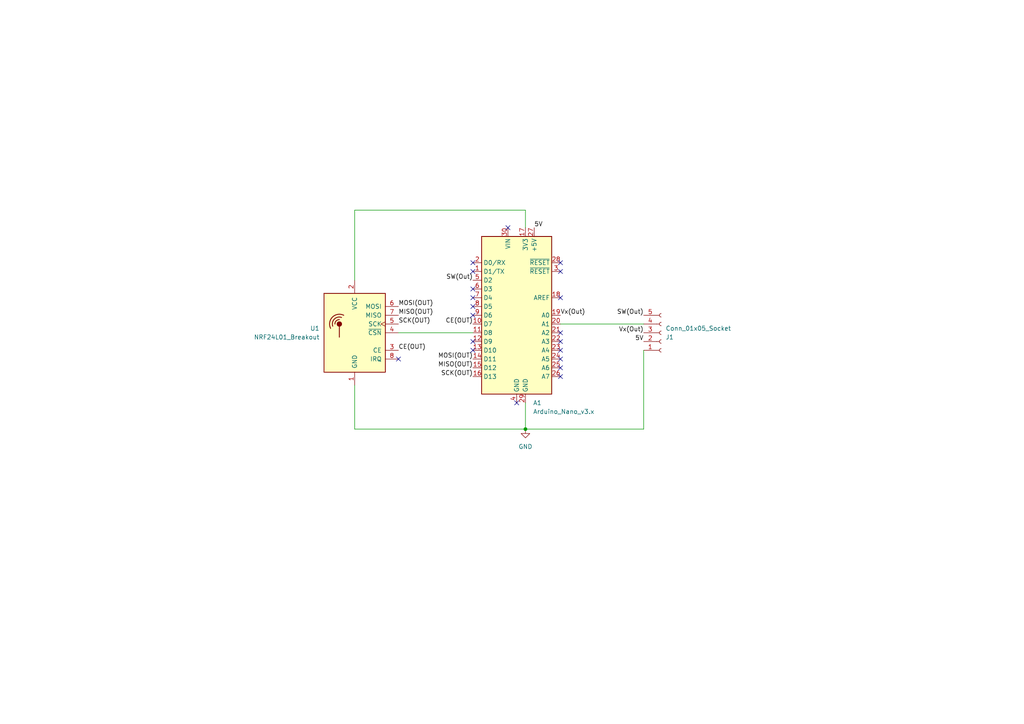
<source format=kicad_sch>
(kicad_sch (version 20231120) (generator "eeschema") (generator_version "8.0")
  (paper "A4")
  (lib_symbols
    (symbol "Connector:Conn_01x05_Socket" (pin_names (offset 1.016) hide)
      (property "Reference" "J" (at 0 7.62 0))
      (property "Value" "Conn_01x05_Socket" (at 0 -7.62 0))
      (symbol "Conn_01x05_Socket_1_1"
        (arc (start 0 -4.572) (mid -0.5058 -5.08) (end 0 -5.588) (stroke (width 0.1524)))
        (arc (start 0 -2.032) (mid -0.5058 -2.54) (end 0 -3.048) (stroke (width 0.1524)))
        (polyline (pts (xy -1.27 -5.08) (xy -0.508 -5.08)) (stroke (width 0.1524)))
        (polyline (pts (xy -1.27 -2.54) (xy -0.508 -2.54)) (stroke (width 0.1524)))
        (polyline (pts (xy -1.27 0) (xy -0.508 0)) (stroke (width 0.1524)))
        (polyline (pts (xy -1.27 2.54) (xy -0.508 2.54)) (stroke (width 0.1524)))
        (polyline (pts (xy -1.27 5.08) (xy -0.508 5.08)) (stroke (width 0.1524)))
        (arc (start 0 0.508) (mid -0.5058 0) (end 0 -0.508) (stroke (width 0.1524)))
        (arc (start 0 3.048) (mid -0.5058 2.54) (end 0 2.032) (stroke (width 0.1524)))
        (arc (start 0 5.588) (mid -0.5058 5.08) (end 0 4.572) (stroke (width 0.1524)))
        (pin passive line (at -5.08 5.08 0) (length 3.81) (name "Pin_1") (number "1"))
        (pin passive line (at -5.08 2.54 0) (length 3.81) (name "Pin_2") (number "2"))
        (pin passive line (at -5.08 0 0) (length 3.81) (name "Pin_3") (number "3"))
        (pin passive line (at -5.08 -2.54 0) (length 3.81) (name "Pin_4") (number "4"))
        (pin passive line (at -5.08 -5.08 0) (length 3.81) (name "Pin_5") (number "5"))
      )
    )
    (symbol "MCU_Module:Arduino_Nano_v3.x"
      (property "Reference" "A" (at -10.16 23.495 0))
      (property "Value" "Arduino_Nano_v3.x" (at 5.08 -24.13 0))
      (symbol "Arduino_Nano_v3.x_0_1"
        (rectangle (start -10.16 22.86) (end 10.16 -22.86) (stroke (width 0.254)) (fill (type background)))
      )
      (symbol "Arduino_Nano_v3.x_1_1"
        (pin bidirectional line (at -12.7 12.7 0) (length 2.54) (name "D1/TX") (number "1"))
        (pin bidirectional line (at -12.7 -2.54 0) (length 2.54) (name "D7") (number "10"))
        (pin bidirectional line (at -12.7 -5.08 0) (length 2.54) (name "D8") (number "11"))
        (pin bidirectional line (at -12.7 -7.62 0) (length 2.54) (name "D9") (number "12"))
        (pin bidirectional line (at -12.7 -10.16 0) (length 2.54) (name "D10") (number "13"))
        (pin bidirectional line (at -12.7 -12.7 0) (length 2.54) (name "D11") (number "14"))
        (pin bidirectional line (at -12.7 -15.24 0) (length 2.54) (name "D12") (number "15"))
        (pin bidirectional line (at -12.7 -17.78 0) (length 2.54) (name "D13") (number "16"))
        (pin power_out line (at 2.54 25.4 270) (length 2.54) (name "3V3") (number "17"))
        (pin input line (at 12.7 5.08 180) (length 2.54) (name "AREF") (number "18"))
        (pin bidirectional line (at 12.7 0 180) (length 2.54) (name "A0") (number "19"))
        (pin bidirectional line (at -12.7 15.24 0) (length 2.54) (name "D0/RX") (number "2"))
        (pin bidirectional line (at 12.7 -2.54 180) (length 2.54) (name "A1") (number "20"))
        (pin bidirectional line (at 12.7 -5.08 180) (length 2.54) (name "A2") (number "21"))
        (pin bidirectional line (at 12.7 -7.62 180) (length 2.54) (name "A3") (number "22"))
        (pin bidirectional line (at 12.7 -10.16 180) (length 2.54) (name "A4") (number "23"))
        (pin bidirectional line (at 12.7 -12.7 180) (length 2.54) (name "A5") (number "24"))
        (pin bidirectional line (at 12.7 -15.24 180) (length 2.54) (name "A6") (number "25"))
        (pin bidirectional line (at 12.7 -17.78 180) (length 2.54) (name "A7") (number "26"))
        (pin power_out line (at 5.08 25.4 270) (length 2.54) (name "+5V") (number "27"))
        (pin input line (at 12.7 15.24 180) (length 2.54) (name "~{RESET}") (number "28"))
        (pin power_in line (at 2.54 -25.4 90) (length 2.54) (name "GND") (number "29"))
        (pin input line (at 12.7 12.7 180) (length 2.54) (name "~{RESET}") (number "3"))
        (pin power_in line (at -2.54 25.4 270) (length 2.54) (name "VIN") (number "30"))
        (pin power_in line (at 0 -25.4 90) (length 2.54) (name "GND") (number "4"))
        (pin bidirectional line (at -12.7 10.16 0) (length 2.54) (name "D2") (number "5"))
        (pin bidirectional line (at -12.7 7.62 0) (length 2.54) (name "D3") (number "6"))
        (pin bidirectional line (at -12.7 5.08 0) (length 2.54) (name "D4") (number "7"))
        (pin bidirectional line (at -12.7 2.54 0) (length 2.54) (name "D5") (number "8"))
        (pin bidirectional line (at -12.7 0 0) (length 2.54) (name "D6") (number "9"))
      )
    )
    (symbol "RF:NRF24L01_Breakout" (pin_names (offset 1.016))
      (property "Reference" "U" (at -8.89 12.7 0))
      (property "Value" "NRF24L01_Breakout" (at 3.81 12.7 0))
      (symbol "NRF24L01_Breakout_0_1"
        (rectangle (start -8.89 11.43) (end 8.89 -11.43) (stroke (width 0.254)) (fill (type background)))
        (polyline (pts (xy 4.445 1.905) (xy 4.445 -1.27)) (stroke (width 0.254)))
        (circle (center 4.445 2.54) (radius 0.635) (stroke (width 0.254)) (fill (type outline)))
        (arc (start 5.715 2.54) (mid 5.3521 3.4546) (end 4.445 3.81) (stroke (width 0.254)))
        (arc (start 6.35 1.905) (mid 5.8763 3.9854) (end 3.81 4.445) (stroke (width 0.254)))
        (arc (start 6.985 1.27) (mid 6.453 4.548) (end 3.175 5.08) (stroke (width 0.254)))
      )
      (symbol "NRF24L01_Breakout_1_1"
        (pin power_in line (at 0 -15.24 90) (length 3.81) (name "GND") (number "1"))
        (pin power_in line (at 0 15.24 270) (length 3.81) (name "VCC") (number "2"))
        (pin input line (at -12.7 -5.08 0) (length 3.81) (name "CE") (number "3"))
        (pin input line (at -12.7 0 0) (length 3.81) (name "~{CSN}") (number "4"))
        (pin input clock (at -12.7 2.54 0) (length 3.81) (name "SCK") (number "5"))
        (pin input line (at -12.7 7.62 0) (length 3.81) (name "MOSI") (number "6"))
        (pin output line (at -12.7 5.08 0) (length 3.81) (name "MISO") (number "7"))
        (pin output line (at -12.7 -7.62 0) (length 3.81) (name "IRQ") (number "8"))
      )
    )
    (symbol "power:GND" (power) (pin_numbers hide) (pin_names (offset 0) hide)
      (property "Value" "GND" (at 0 -3.81 0))
      (symbol "GND_0_1"
        (polyline (pts (xy 0 0) (xy 0 -1.27) (xy 1.27 -1.27) (xy 0 -2.54) (xy -1.27 -1.27) (xy 0 -1.27)))
      )
      (symbol "GND_1_1"
        (pin power_in line (at 0 0 270) (length 0) (name "~") (number "1"))
      )
    )
  )
  (junction (at 152.4 124.46))
  (no_connect (at 137.16 101.6))
  (no_connect (at 147.32 66.04))
  (no_connect (at 137.16 78.74))
  (no_connect (at 162.56 104.14))
  (no_connect (at 137.16 88.9))
  (no_connect (at 162.56 96.52))
  (no_connect (at 162.56 101.6))
  (no_connect (at 162.56 99.06))
  (no_connect (at 162.56 86.36))
  (no_connect (at 162.56 109.22))
  (no_connect (at 149.86 116.84))
  (no_connect (at 162.56 76.2))
  (no_connect (at 137.16 83.82))
  (no_connect (at 162.56 78.74))
  (no_connect (at 137.16 99.06))
  (no_connect (at 137.16 86.36))
  (no_connect (at 137.16 91.44))
  (no_connect (at 137.16 76.2))
  (no_connect (at 162.56 106.68))
  (no_connect (at 115.57 104.14))
  (wire (pts (xy 186.69 101.6) (xy 186.69 124.46)))
  (wire (pts (xy 102.87 60.96) (xy 152.4 60.96)))
  (wire (pts (xy 102.87 81.28) (xy 102.87 60.96)))
  (wire (pts (xy 115.57 96.52) (xy 137.16 96.52)))
  (wire (pts (xy 102.87 111.76) (xy 102.87 124.46)))
  (wire (pts (xy 186.69 124.46) (xy 152.4 124.46)))
  (wire (pts (xy 102.87 124.46) (xy 152.4 124.46)))
  (wire (pts (xy 152.4 116.84) (xy 152.4 124.46)))
  (wire (pts (xy 162.56 93.98) (xy 186.69 93.98)))
  (wire (pts (xy 152.4 60.96) (xy 152.4 66.04)))
  (label "MOSI(OUT)" (at 137.16 104.14 180))
  (label "MISO(OUT)" (at 115.57 91.44 0))
  (label "SCK(OUT)" (at 115.57 93.98 0))
  (label "MISO(OUT)" (at 137.16 106.68 180))
  (label "Vx(Out)" (at 162.56 91.44 0))
  (label "CE(OUT)" (at 115.57 101.6 0))
  (label "SW(Out)" (at 137.16 81.28 180))
  (label "Vx(Out)" (at 186.69 96.52 180))
  (label "MOSI(OUT)" (at 115.57 88.9 0))
  (label "SCK(OUT)" (at 137.16 109.22 180))
  (label "CE(OUT)" (at 137.16 93.98 180))
  (label "SW(Out)" (at 186.69 91.44 180))
  (label "5V" (at 186.69 99.06 180))
  (label "5V" (at 154.94 66.04 0))
  (symbol (lib_id "Connector:Conn_01x05_Socket") (at 191.77 96.52 0) (mirror x) (unit 1)
    (property "Reference" "J1" (at 193.04 97.7901 0) (effects (justify left)))
    (property "Value" "Conn_01x05_Socket" (at 193.04 95.2501 0) (effects (justify left)))
    (property "Footprint" "Connector_PinSocket_2.54mm:PinSocket_1x05_P2.54mm_Vertical" (effects (hide yes)))
    (property "Description" "Generic connector, single row, 01x05, script generated" (effects (hide yes)))
  )
  (symbol (lib_id "RF:NRF24L01_Breakout") (at 102.87 96.52 0) (mirror y) (unit 1)
    (property "Reference" "U1" (at 92.71 95.2499 0) (effects (justify left)))
    (property "Value" "NRF24L01_Breakout" (at 92.71 97.7899 0) (effects (justify left)))
    (property "Footprint" "RF_Module:nRF24L01_Breakout" (effects (hide yes)))
    (property "Datasheet" "http://www.nordicsemi.com/eng/content/download/2730/34105/file/nRF24L01_Product_Specification_v2_0.pdf" (effects (hide yes)))
    (property "Description" "Ultra low power 2.4GHz RF Transceiver, Carrier PCB" (effects (hide yes)))
  )
  (symbol (lib_id "MCU_Module:Arduino_Nano_v3.x") (at 149.86 91.44 0) (unit 1)
    (property "Reference" "A1" (at 154.5941 116.84 0) (effects (justify left)))
    (property "Value" "Arduino_Nano_v3.x" (at 154.5941 119.38 0) (effects (justify left)))
    (property "Footprint" "Module:Arduino_Nano" (effects (hide yes)))
    (property "Datasheet" "http://www.mouser.com/pdfdocs/Gravitech_Arduino_Nano3_0.pdf" (effects (hide yes)))
    (property "Description" "Arduino Nano v3.x" (effects (hide yes)))
  )
  (symbol (lib_id "power:GND") (at 152.4 124.46 0) (unit 1)
    (property "Reference" "#PWR01" (effects (hide yes)))
    (property "Value" "GND" (at 152.4 129.54 0))
    (property "Description" "Power symbol creates a global label with name \"GND\" , ground" (effects (hide yes)))
  )
)
</source>
